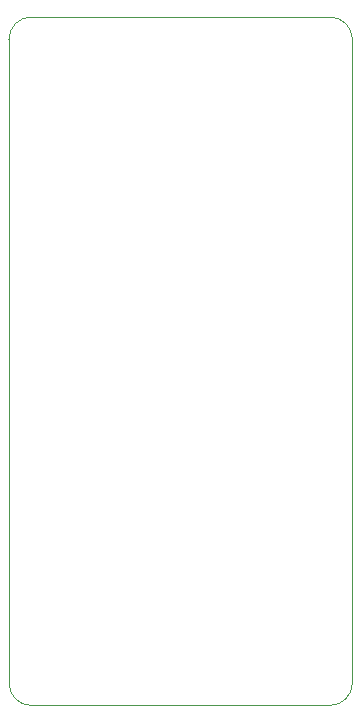
<source format=gbr>
%TF.GenerationSoftware,KiCad,Pcbnew,5.99.0-unknown-f7b20611c1~106~ubuntu20.04.1*%
%TF.CreationDate,2021-01-06T18:34:38-03:00*%
%TF.ProjectId,lisa32,6c697361-3332-42e6-9b69-6361645f7063,rev?*%
%TF.SameCoordinates,Original*%
%TF.FileFunction,Profile,NP*%
%FSLAX46Y46*%
G04 Gerber Fmt 4.6, Leading zero omitted, Abs format (unit mm)*
G04 Created by KiCad (PCBNEW 5.99.0-unknown-f7b20611c1~106~ubuntu20.04.1) date 2021-01-06 18:34:38*
%MOMM*%
%LPD*%
G01*
G04 APERTURE LIST*
%TA.AperFunction,Profile*%
%ADD10C,0.050000*%
%TD*%
G04 APERTURE END LIST*
D10*
X1905000Y0D02*
X27178000Y0D01*
X27178000Y0D02*
G75*
G02*
X29083000Y-1905000I0J-1905000D01*
G01*
X0Y-56388000D02*
X0Y-1905000D01*
X29083000Y-56388000D02*
G75*
G02*
X27178000Y-58293000I-1905000J0D01*
G01*
X1905000Y-58293000D02*
G75*
G02*
X0Y-56388000I0J1905000D01*
G01*
X1905000Y-58293000D02*
X27178000Y-58293000D01*
X0Y-1905000D02*
G75*
G02*
X1905000Y0I1905000J0D01*
G01*
X29083000Y-1905000D02*
X29083000Y-56388000D01*
M02*

</source>
